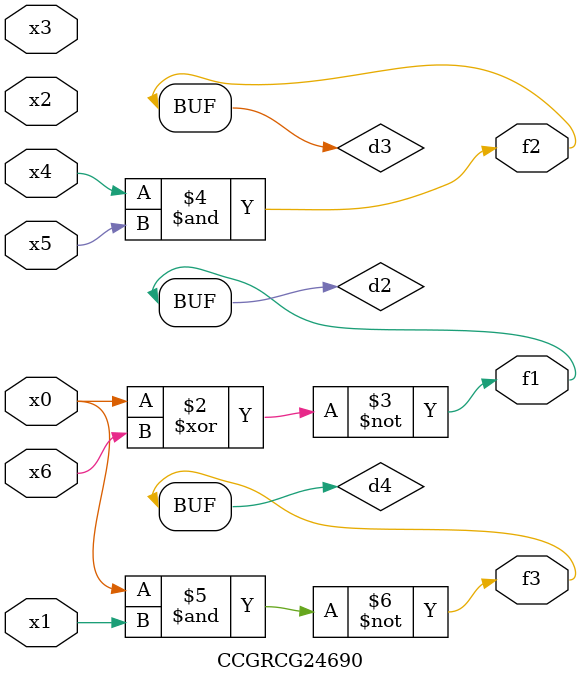
<source format=v>
module CCGRCG24690(
	input x0, x1, x2, x3, x4, x5, x6,
	output f1, f2, f3
);

	wire d1, d2, d3, d4;

	nor (d1, x0);
	xnor (d2, x0, x6);
	and (d3, x4, x5);
	nand (d4, x0, x1);
	assign f1 = d2;
	assign f2 = d3;
	assign f3 = d4;
endmodule

</source>
